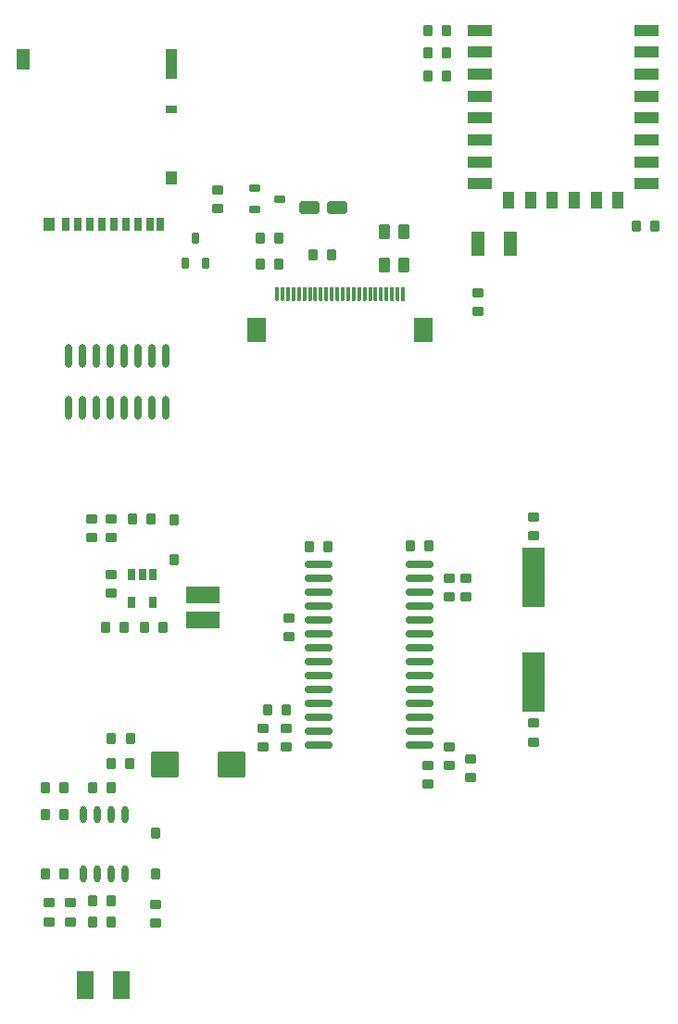
<source format=gtp>
G04 Layer_Color=8421504*
%FSLAX44Y44*%
%MOMM*%
G71*
G01*
G75*
G04:AMPARAMS|DCode=10|XSize=1mm|YSize=0.9mm|CornerRadius=0.1125mm|HoleSize=0mm|Usage=FLASHONLY|Rotation=0.000|XOffset=0mm|YOffset=0mm|HoleType=Round|Shape=RoundedRectangle|*
%AMROUNDEDRECTD10*
21,1,1.0000,0.6750,0,0,0.0*
21,1,0.7750,0.9000,0,0,0.0*
1,1,0.2250,0.3875,-0.3375*
1,1,0.2250,-0.3875,-0.3375*
1,1,0.2250,-0.3875,0.3375*
1,1,0.2250,0.3875,0.3375*
%
%ADD10ROUNDEDRECTD10*%
%ADD11R,2.0000X5.5000*%
%ADD12R,1.3000X1.9000*%
%ADD13R,1.0000X2.8000*%
%ADD14R,1.0000X0.8000*%
%ADD15R,1.0000X1.2000*%
%ADD16R,0.7000X1.2000*%
%ADD17O,2.6000X0.7000*%
G04:AMPARAMS|DCode=18|XSize=1mm|YSize=0.9mm|CornerRadius=0.1125mm|HoleSize=0mm|Usage=FLASHONLY|Rotation=270.000|XOffset=0mm|YOffset=0mm|HoleType=Round|Shape=RoundedRectangle|*
%AMROUNDEDRECTD18*
21,1,1.0000,0.6750,0,0,270.0*
21,1,0.7750,0.9000,0,0,270.0*
1,1,0.2250,-0.3375,-0.3875*
1,1,0.2250,-0.3375,0.3875*
1,1,0.2250,0.3375,0.3875*
1,1,0.2250,0.3375,-0.3875*
%
%ADD18ROUNDEDRECTD18*%
G04:AMPARAMS|DCode=19|XSize=1.8mm|YSize=1.2mm|CornerRadius=0.15mm|HoleSize=0mm|Usage=FLASHONLY|Rotation=180.000|XOffset=0mm|YOffset=0mm|HoleType=Round|Shape=RoundedRectangle|*
%AMROUNDEDRECTD19*
21,1,1.8000,0.9000,0,0,180.0*
21,1,1.5000,1.2000,0,0,180.0*
1,1,0.3000,-0.7500,0.4500*
1,1,0.3000,0.7500,0.4500*
1,1,0.3000,0.7500,-0.4500*
1,1,0.3000,-0.7500,-0.4500*
%
%ADD19ROUNDEDRECTD19*%
%ADD20R,1.8000X2.2000*%
%ADD21R,0.3000X1.3000*%
G04:AMPARAMS|DCode=22|XSize=0.6mm|YSize=1mm|CornerRadius=0.075mm|HoleSize=0mm|Usage=FLASHONLY|Rotation=270.000|XOffset=0mm|YOffset=0mm|HoleType=Round|Shape=RoundedRectangle|*
%AMROUNDEDRECTD22*
21,1,0.6000,0.8500,0,0,270.0*
21,1,0.4500,1.0000,0,0,270.0*
1,1,0.1500,-0.4250,-0.2250*
1,1,0.1500,-0.4250,0.2250*
1,1,0.1500,0.4250,0.2250*
1,1,0.1500,0.4250,-0.2250*
%
%ADD22ROUNDEDRECTD22*%
G04:AMPARAMS|DCode=23|XSize=1.4mm|YSize=1mm|CornerRadius=0.125mm|HoleSize=0mm|Usage=FLASHONLY|Rotation=270.000|XOffset=0mm|YOffset=0mm|HoleType=Round|Shape=RoundedRectangle|*
%AMROUNDEDRECTD23*
21,1,1.4000,0.7500,0,0,270.0*
21,1,1.1500,1.0000,0,0,270.0*
1,1,0.2500,-0.3750,-0.5750*
1,1,0.2500,-0.3750,0.5750*
1,1,0.2500,0.3750,0.5750*
1,1,0.2500,0.3750,-0.5750*
%
%ADD23ROUNDEDRECTD23*%
G04:AMPARAMS|DCode=24|XSize=0.6mm|YSize=1.1mm|CornerRadius=0.075mm|HoleSize=0mm|Usage=FLASHONLY|Rotation=180.000|XOffset=0mm|YOffset=0mm|HoleType=Round|Shape=RoundedRectangle|*
%AMROUNDEDRECTD24*
21,1,0.6000,0.9500,0,0,180.0*
21,1,0.4500,1.1000,0,0,180.0*
1,1,0.1500,-0.2250,0.4750*
1,1,0.1500,0.2250,0.4750*
1,1,0.1500,0.2250,-0.4750*
1,1,0.1500,-0.2250,-0.4750*
%
%ADD24ROUNDEDRECTD24*%
G04:AMPARAMS|DCode=25|XSize=0.8mm|YSize=1mm|CornerRadius=0.1mm|HoleSize=0mm|Usage=FLASHONLY|Rotation=0.000|XOffset=0mm|YOffset=0mm|HoleType=Round|Shape=RoundedRectangle|*
%AMROUNDEDRECTD25*
21,1,0.8000,0.8000,0,0,0.0*
21,1,0.6000,1.0000,0,0,0.0*
1,1,0.2000,0.3000,-0.4000*
1,1,0.2000,-0.3000,-0.4000*
1,1,0.2000,-0.3000,0.4000*
1,1,0.2000,0.3000,0.4000*
%
%ADD25ROUNDEDRECTD25*%
%ADD26O,0.6000X2.2000*%
%ADD27O,0.6000X1.6000*%
G04:AMPARAMS|DCode=28|XSize=2.45mm|YSize=2.55mm|CornerRadius=0.245mm|HoleSize=0mm|Usage=FLASHONLY|Rotation=90.000|XOffset=0mm|YOffset=0mm|HoleType=Round|Shape=RoundedRectangle|*
%AMROUNDEDRECTD28*
21,1,2.4500,2.0600,0,0,90.0*
21,1,1.9600,2.5500,0,0,90.0*
1,1,0.4900,1.0300,0.9800*
1,1,0.4900,1.0300,-0.9800*
1,1,0.4900,-1.0300,-0.9800*
1,1,0.4900,-1.0300,0.9800*
%
%ADD28ROUNDEDRECTD28*%
G04:AMPARAMS|DCode=29|XSize=0.6mm|YSize=1mm|CornerRadius=0.075mm|HoleSize=0mm|Usage=FLASHONLY|Rotation=0.000|XOffset=0mm|YOffset=0mm|HoleType=Round|Shape=RoundedRectangle|*
%AMROUNDEDRECTD29*
21,1,0.6000,0.8500,0,0,0.0*
21,1,0.4500,1.0000,0,0,0.0*
1,1,0.1500,0.2250,-0.4250*
1,1,0.1500,-0.2250,-0.4250*
1,1,0.1500,-0.2250,0.4250*
1,1,0.1500,0.2250,0.4250*
%
%ADD29ROUNDEDRECTD29*%
%ADD30R,3.0500X1.5200*%
%ADD31R,1.5500X2.6000*%
%ADD32R,1.0000X1.5000*%
%ADD33R,2.2500X1.0000*%
%ADD34R,1.1430X2.2860*%
G36*
X283723Y729500D02*
X281250D01*
Y742511D01*
X283723D01*
Y729500D01*
D02*
G37*
G36*
X278689D02*
X276250D01*
Y742519D01*
X278689D01*
Y729500D01*
D02*
G37*
G36*
X273707D02*
X271250D01*
Y742511D01*
X273707D01*
Y729500D01*
D02*
G37*
G36*
X298746D02*
X296250D01*
Y742518D01*
X298746D01*
Y729500D01*
D02*
G37*
G36*
X293737D02*
X291250D01*
Y742514D01*
X293737D01*
Y729500D01*
D02*
G37*
G36*
X288726D02*
X286250D01*
Y742514D01*
X288726D01*
Y729500D01*
D02*
G37*
G36*
X253721D02*
X251250D01*
Y742504D01*
X253721D01*
Y729500D01*
D02*
G37*
G36*
X248746D02*
X246250D01*
Y742501D01*
X248746D01*
Y729500D01*
D02*
G37*
G36*
X243621D02*
X241250D01*
Y742515D01*
X243621D01*
Y729500D01*
D02*
G37*
G36*
X268714D02*
X266250D01*
Y742508D01*
X268714D01*
Y729500D01*
D02*
G37*
G36*
X263659D02*
X261250D01*
Y742516D01*
X263659D01*
Y729500D01*
D02*
G37*
G36*
X258662D02*
X256250D01*
Y742514D01*
X258662D01*
Y729500D01*
D02*
G37*
G36*
X343823D02*
X341250D01*
Y742511D01*
X343823D01*
Y729500D01*
D02*
G37*
G36*
X338776D02*
X336250D01*
Y742504D01*
X338776D01*
Y729500D01*
D02*
G37*
G36*
X333876D02*
X331250D01*
Y742524D01*
X333876D01*
Y729500D01*
D02*
G37*
G36*
X358978D02*
X356250D01*
Y742525D01*
X358978D01*
Y729500D01*
D02*
G37*
G36*
X353922D02*
X351250D01*
Y742521D01*
X353922D01*
Y729500D01*
D02*
G37*
G36*
X348884D02*
X346250D01*
Y742518D01*
X348884D01*
Y729500D01*
D02*
G37*
G36*
X313780D02*
X311250D01*
Y742514D01*
X313780D01*
Y729500D01*
D02*
G37*
G36*
X308764D02*
X306250D01*
Y742511D01*
X308764D01*
Y729500D01*
D02*
G37*
G36*
X303759D02*
X301250D01*
Y742516D01*
X303759D01*
Y729500D01*
D02*
G37*
G36*
X328803D02*
X326250D01*
Y742512D01*
X328803D01*
Y729500D01*
D02*
G37*
G36*
X323816D02*
X321250D01*
Y742518D01*
X323816D01*
Y729500D01*
D02*
G37*
G36*
X318769D02*
X316250D01*
Y742506D01*
X318769D01*
Y729500D01*
D02*
G37*
D10*
X253500Y423000D02*
D03*
Y440000D02*
D03*
X400000Y305500D02*
D03*
Y322500D02*
D03*
X380500Y288500D02*
D03*
Y305500D02*
D03*
X477000Y532000D02*
D03*
Y515000D02*
D03*
X477000Y327000D02*
D03*
Y344000D02*
D03*
X419500Y294000D02*
D03*
Y311000D02*
D03*
X399500Y476500D02*
D03*
Y459500D02*
D03*
X415000Y476500D02*
D03*
Y459500D02*
D03*
X229500Y322000D02*
D03*
Y339000D02*
D03*
X250500Y322000D02*
D03*
Y339000D02*
D03*
X188500Y814250D02*
D03*
Y831250D02*
D03*
X91250Y480250D02*
D03*
Y463250D02*
D03*
Y530500D02*
D03*
Y513500D02*
D03*
X73250Y530500D02*
D03*
Y513500D02*
D03*
X53500Y179750D02*
D03*
Y162750D02*
D03*
X131500Y178500D02*
D03*
Y161500D02*
D03*
X34070Y162750D02*
D03*
Y179750D02*
D03*
X425767Y737500D02*
D03*
Y720500D02*
D03*
D11*
X477000Y382000D02*
D03*
Y477000D02*
D03*
D12*
X10500Y950500D02*
D03*
D13*
X145500Y946000D02*
D03*
D14*
Y904500D02*
D03*
D15*
Y842500D02*
D03*
X34000Y799500D02*
D03*
D16*
X136000D02*
D03*
X126500D02*
D03*
X115500D02*
D03*
X104500D02*
D03*
X93500D02*
D03*
X82500D02*
D03*
X71500D02*
D03*
X60500D02*
D03*
X49500D02*
D03*
D17*
X372500Y323950D02*
D03*
Y336650D02*
D03*
Y349350D02*
D03*
Y362050D02*
D03*
Y374750D02*
D03*
Y387450D02*
D03*
Y400150D02*
D03*
Y412850D02*
D03*
Y425550D02*
D03*
Y438250D02*
D03*
Y450950D02*
D03*
Y463650D02*
D03*
Y476350D02*
D03*
Y489050D02*
D03*
X280500Y323950D02*
D03*
Y336650D02*
D03*
Y349350D02*
D03*
Y362050D02*
D03*
Y374750D02*
D03*
Y387450D02*
D03*
Y400150D02*
D03*
Y412850D02*
D03*
Y425550D02*
D03*
Y438250D02*
D03*
Y450950D02*
D03*
Y463650D02*
D03*
Y476350D02*
D03*
Y489050D02*
D03*
D18*
X275000Y772250D02*
D03*
X292000D02*
D03*
X227250Y787500D02*
D03*
X244250D02*
D03*
X244250Y763750D02*
D03*
X227250D02*
D03*
X138000Y431500D02*
D03*
X121000D02*
D03*
X85750Y431750D02*
D03*
X102750D02*
D03*
X127250Y530500D02*
D03*
X110250D02*
D03*
X91000Y307500D02*
D03*
X108000D02*
D03*
X48000Y260250D02*
D03*
X31000D02*
D03*
X48000Y206250D02*
D03*
X31000D02*
D03*
X74000Y285250D02*
D03*
X91000D02*
D03*
X73830Y162370D02*
D03*
X90830D02*
D03*
X73830Y181420D02*
D03*
X90830D02*
D03*
X272000Y505500D02*
D03*
X289000D02*
D03*
X31000Y285250D02*
D03*
X48000D02*
D03*
X91250Y329750D02*
D03*
X108250D02*
D03*
X234000Y356500D02*
D03*
X251000D02*
D03*
X397500Y977000D02*
D03*
X380500D02*
D03*
X380500Y956250D02*
D03*
X397500D02*
D03*
X380500Y935500D02*
D03*
X397500D02*
D03*
X381000Y506500D02*
D03*
X364000D02*
D03*
X588000Y798500D02*
D03*
X571000D02*
D03*
D19*
X297750Y815500D02*
D03*
X271750D02*
D03*
D20*
X223500Y703500D02*
D03*
X376500D02*
D03*
D21*
X242500Y736000D02*
D03*
X247500D02*
D03*
X252500D02*
D03*
X257500D02*
D03*
X262500D02*
D03*
X267500D02*
D03*
X272500D02*
D03*
X277500D02*
D03*
X282500D02*
D03*
X287500D02*
D03*
X292500D02*
D03*
X297500D02*
D03*
X302500D02*
D03*
X307500D02*
D03*
X312500D02*
D03*
X317500D02*
D03*
X322500D02*
D03*
X327500D02*
D03*
X332500D02*
D03*
X337500D02*
D03*
X342500D02*
D03*
X347500D02*
D03*
X352500D02*
D03*
X357500D02*
D03*
D22*
X245000Y823000D02*
D03*
X222000Y813500D02*
D03*
Y832500D02*
D03*
D23*
X358500Y792750D02*
D03*
X340500D02*
D03*
Y763000D02*
D03*
X358500D02*
D03*
D24*
X109750Y454250D02*
D03*
X128750Y480250D02*
D03*
X119250D02*
D03*
X109750D02*
D03*
X128750Y454250D02*
D03*
D25*
X131500Y243500D02*
D03*
Y206500D02*
D03*
X148750Y493000D02*
D03*
Y530000D02*
D03*
D26*
X140450Y680000D02*
D03*
X127750D02*
D03*
X115050D02*
D03*
X102350D02*
D03*
X89650D02*
D03*
X76950D02*
D03*
X64250D02*
D03*
X140450Y632000D02*
D03*
X127750D02*
D03*
X115050D02*
D03*
X102350D02*
D03*
X89650D02*
D03*
X76950D02*
D03*
X64250D02*
D03*
X51550Y680000D02*
D03*
Y632000D02*
D03*
D27*
X103610Y260280D02*
D03*
X90910D02*
D03*
X78210D02*
D03*
X65510D02*
D03*
X103610Y206280D02*
D03*
X90910D02*
D03*
X78210D02*
D03*
X65510D02*
D03*
D28*
X140250Y306000D02*
D03*
X200750D02*
D03*
D29*
X167750Y787500D02*
D03*
X177250Y764500D02*
D03*
X158250D02*
D03*
D30*
X175000Y438550D02*
D03*
Y461450D02*
D03*
D31*
X67100Y104500D02*
D03*
X99900D02*
D03*
D32*
X554250Y822000D02*
D03*
X534250D02*
D03*
X514250D02*
D03*
X494250D02*
D03*
X474250D02*
D03*
X454250D02*
D03*
D33*
X428000Y837000D02*
D03*
Y857000D02*
D03*
Y877000D02*
D03*
Y897000D02*
D03*
Y917000D02*
D03*
Y937000D02*
D03*
Y957000D02*
D03*
Y977000D02*
D03*
X580500D02*
D03*
Y957000D02*
D03*
Y937000D02*
D03*
Y917000D02*
D03*
Y897000D02*
D03*
Y877000D02*
D03*
Y857000D02*
D03*
Y837000D02*
D03*
D34*
X455605Y782000D02*
D03*
X426395D02*
D03*
M02*

</source>
